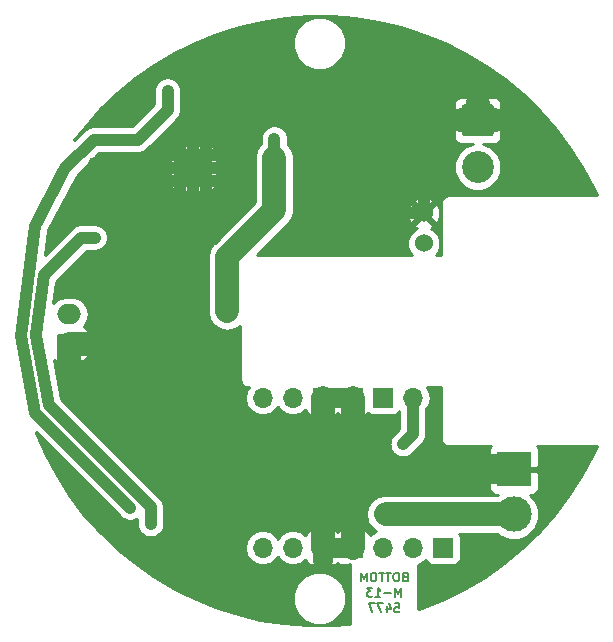
<source format=gbr>
G04 #@! TF.GenerationSoftware,KiCad,Pcbnew,(5.0.2)-1*
G04 #@! TF.CreationDate,2019-03-24T18:15:19+01:00*
G04 #@! TF.ProjectId,DICE-Charging - 2.0,44494345-2d43-4686-9172-67696e67202d,rev?*
G04 #@! TF.SameCoordinates,PX8cfad20PY5dfc8c0*
G04 #@! TF.FileFunction,Copper,L2,Bot*
G04 #@! TF.FilePolarity,Positive*
%FSLAX46Y46*%
G04 Gerber Fmt 4.6, Leading zero omitted, Abs format (unit mm)*
G04 Created by KiCad (PCBNEW (5.0.2)-1) date 24/03/2019 18:15:19*
%MOMM*%
%LPD*%
G01*
G04 APERTURE LIST*
G04 #@! TA.AperFunction,NonConductor*
%ADD10C,0.180000*%
G04 #@! TD*
G04 #@! TA.AperFunction,ViaPad*
%ADD11C,0.500000*%
G04 #@! TD*
G04 #@! TA.AperFunction,Conductor*
%ADD12C,0.100000*%
G04 #@! TD*
G04 #@! TA.AperFunction,Conductor*
%ADD13C,2.700000*%
G04 #@! TD*
G04 #@! TA.AperFunction,ComponentPad*
%ADD14C,3.000000*%
G04 #@! TD*
G04 #@! TA.AperFunction,ComponentPad*
%ADD15R,3.000000X3.000000*%
G04 #@! TD*
G04 #@! TA.AperFunction,ComponentPad*
%ADD16O,1.700000X1.700000*%
G04 #@! TD*
G04 #@! TA.AperFunction,ComponentPad*
%ADD17R,1.700000X1.700000*%
G04 #@! TD*
G04 #@! TA.AperFunction,ComponentPad*
%ADD18O,2.000000X1.700000*%
G04 #@! TD*
G04 #@! TA.AperFunction,ComponentPad*
%ADD19C,1.700000*%
G04 #@! TD*
G04 #@! TA.AperFunction,ComponentPad*
%ADD20C,1.524000*%
G04 #@! TD*
G04 #@! TA.AperFunction,ComponentPad*
%ADD21C,2.700000*%
G04 #@! TD*
G04 #@! TA.AperFunction,ViaPad*
%ADD22C,0.800000*%
G04 #@! TD*
G04 #@! TA.AperFunction,ViaPad*
%ADD23C,1.800000*%
G04 #@! TD*
G04 #@! TA.AperFunction,ViaPad*
%ADD24C,1.000000*%
G04 #@! TD*
G04 #@! TA.AperFunction,Conductor*
%ADD25C,2.000000*%
G04 #@! TD*
G04 #@! TA.AperFunction,Conductor*
%ADD26C,1.000000*%
G04 #@! TD*
G04 #@! TA.AperFunction,Conductor*
%ADD27C,1.700000*%
G04 #@! TD*
G04 #@! TA.AperFunction,Conductor*
%ADD28C,2.500000*%
G04 #@! TD*
G04 #@! TA.AperFunction,Conductor*
%ADD29C,0.500000*%
G04 #@! TD*
G04 #@! TA.AperFunction,Conductor*
%ADD30C,0.254000*%
G04 #@! TD*
G04 APERTURE END LIST*
D10*
X46904542Y16976572D02*
X46797400Y16940858D01*
X46761685Y16905143D01*
X46725971Y16833715D01*
X46725971Y16726572D01*
X46761685Y16655143D01*
X46797400Y16619429D01*
X46868828Y16583715D01*
X47154542Y16583715D01*
X47154542Y17333715D01*
X46904542Y17333715D01*
X46833114Y17298000D01*
X46797400Y17262286D01*
X46761685Y17190858D01*
X46761685Y17119429D01*
X46797400Y17048000D01*
X46833114Y17012286D01*
X46904542Y16976572D01*
X47154542Y16976572D01*
X46261685Y17333715D02*
X46118828Y17333715D01*
X46047400Y17298000D01*
X45975971Y17226572D01*
X45940257Y17083715D01*
X45940257Y16833715D01*
X45975971Y16690858D01*
X46047400Y16619429D01*
X46118828Y16583715D01*
X46261685Y16583715D01*
X46333114Y16619429D01*
X46404542Y16690858D01*
X46440257Y16833715D01*
X46440257Y17083715D01*
X46404542Y17226572D01*
X46333114Y17298000D01*
X46261685Y17333715D01*
X45725971Y17333715D02*
X45297400Y17333715D01*
X45511685Y16583715D02*
X45511685Y17333715D01*
X45154542Y17333715D02*
X44725971Y17333715D01*
X44940257Y16583715D02*
X44940257Y17333715D01*
X44333114Y17333715D02*
X44190257Y17333715D01*
X44118828Y17298000D01*
X44047400Y17226572D01*
X44011685Y17083715D01*
X44011685Y16833715D01*
X44047400Y16690858D01*
X44118828Y16619429D01*
X44190257Y16583715D01*
X44333114Y16583715D01*
X44404542Y16619429D01*
X44475971Y16690858D01*
X44511685Y16833715D01*
X44511685Y17083715D01*
X44475971Y17226572D01*
X44404542Y17298000D01*
X44333114Y17333715D01*
X43690257Y16583715D02*
X43690257Y17333715D01*
X43440257Y16798000D01*
X43190257Y17333715D01*
X43190257Y16583715D01*
X46600971Y15278715D02*
X46600971Y16028715D01*
X46350971Y15493000D01*
X46100971Y16028715D01*
X46100971Y15278715D01*
X45743828Y15564429D02*
X45172400Y15564429D01*
X44422400Y15278715D02*
X44850971Y15278715D01*
X44636685Y15278715D02*
X44636685Y16028715D01*
X44708114Y15921572D01*
X44779542Y15850143D01*
X44850971Y15814429D01*
X44172400Y16028715D02*
X43708114Y16028715D01*
X43958114Y15743000D01*
X43850971Y15743000D01*
X43779542Y15707286D01*
X43743828Y15671572D01*
X43708114Y15600143D01*
X43708114Y15421572D01*
X43743828Y15350143D01*
X43779542Y15314429D01*
X43850971Y15278715D01*
X44065257Y15278715D01*
X44136685Y15314429D01*
X44172400Y15350143D01*
X46065257Y14723715D02*
X46422400Y14723715D01*
X46458114Y14366572D01*
X46422400Y14402286D01*
X46350971Y14438000D01*
X46172400Y14438000D01*
X46100971Y14402286D01*
X46065257Y14366572D01*
X46029542Y14295143D01*
X46029542Y14116572D01*
X46065257Y14045143D01*
X46100971Y14009429D01*
X46172400Y13973715D01*
X46350971Y13973715D01*
X46422400Y14009429D01*
X46458114Y14045143D01*
X45386685Y14473715D02*
X45386685Y13973715D01*
X45565257Y14759429D02*
X45743828Y14223715D01*
X45279542Y14223715D01*
X45065257Y14723715D02*
X44565257Y14723715D01*
X44886685Y13973715D01*
X44350971Y14723715D02*
X43850971Y14723715D01*
X44172400Y13973715D01*
D11*
G04 #@! TO.N,Net-(BP1-Pad1)*
G04 #@! TO.C,U1*
X29542000Y52132000D03*
X29542000Y51032000D03*
X28442000Y51032000D03*
X28442000Y52132000D03*
X30092000Y50482000D03*
X27892000Y50482000D03*
X30092000Y52682000D03*
X27892000Y52682000D03*
D12*
G36*
X30295728Y52931753D02*
X30300708Y52931014D01*
X30305592Y52929791D01*
X30310332Y52928095D01*
X30314883Y52925943D01*
X30319201Y52923354D01*
X30323244Y52920355D01*
X30326975Y52916975D01*
X30330355Y52913244D01*
X30333354Y52909201D01*
X30335943Y52904883D01*
X30338095Y52900332D01*
X30339791Y52895592D01*
X30341014Y52890708D01*
X30341753Y52885728D01*
X30342000Y52880700D01*
X30342000Y50283300D01*
X30341753Y50278272D01*
X30341014Y50273292D01*
X30339791Y50268408D01*
X30338095Y50263668D01*
X30335943Y50259117D01*
X30333354Y50254799D01*
X30330355Y50250756D01*
X30326975Y50247025D01*
X30323244Y50243645D01*
X30319201Y50240646D01*
X30314883Y50238057D01*
X30310332Y50235905D01*
X30305592Y50234209D01*
X30300708Y50232986D01*
X30295728Y50232247D01*
X30290700Y50232000D01*
X27693300Y50232000D01*
X27688272Y50232247D01*
X27683292Y50232986D01*
X27678408Y50234209D01*
X27673668Y50235905D01*
X27669117Y50238057D01*
X27664799Y50240646D01*
X27660756Y50243645D01*
X27657025Y50247025D01*
X27653645Y50250756D01*
X27650646Y50254799D01*
X27648057Y50259117D01*
X27645905Y50263668D01*
X27644209Y50268408D01*
X27642986Y50273292D01*
X27642247Y50278272D01*
X27642000Y50283300D01*
X27642000Y52880700D01*
X27642247Y52885728D01*
X27642986Y52890708D01*
X27644209Y52895592D01*
X27645905Y52900332D01*
X27648057Y52904883D01*
X27650646Y52909201D01*
X27653645Y52913244D01*
X27657025Y52916975D01*
X27660756Y52920355D01*
X27664799Y52923354D01*
X27669117Y52925943D01*
X27673668Y52928095D01*
X27678408Y52929791D01*
X27683292Y52931014D01*
X27688272Y52931753D01*
X27693300Y52932000D01*
X30290700Y52932000D01*
X30295728Y52931753D01*
X30295728Y52931753D01*
G37*
D13*
X28992000Y51582000D03*
D11*
X28992000Y50482000D03*
X30092000Y51582000D03*
X28992000Y51582000D03*
X27892000Y51582000D03*
X28992000Y52682000D03*
G04 #@! TD*
D14*
G04 #@! TO.P,BP1,2*
G04 #@! TO.N,Net-(BP1-Pad2)*
X56132000Y22267000D03*
D15*
G04 #@! TO.P,BP1,1*
G04 #@! TO.N,Net-(BP1-Pad1)*
X56132000Y26077000D03*
G04 #@! TD*
D16*
G04 #@! TO.P,SW2,2*
G04 #@! TO.N,Net-(SW1-Pad11)*
X47600000Y19441000D03*
D17*
G04 #@! TO.P,SW2,1*
G04 #@! TO.N,Net-(SW1-Pad10)*
X50140000Y19441000D03*
G04 #@! TD*
D18*
G04 #@! TO.P,Ch1,2*
G04 #@! TO.N,Net-(Ch1-Pad2)*
X18482000Y39222683D03*
D12*
G04 #@! TD*
G04 #@! TO.N,Net-(BP1-Pad1)*
G04 #@! TO.C,Ch1*
G36*
X19256504Y37571479D02*
X19280773Y37567879D01*
X19304571Y37561918D01*
X19327671Y37553653D01*
X19349849Y37543163D01*
X19370893Y37530550D01*
X19390598Y37515936D01*
X19408777Y37499460D01*
X19425253Y37481281D01*
X19439867Y37461576D01*
X19452480Y37440532D01*
X19462970Y37418354D01*
X19471235Y37395254D01*
X19477196Y37371456D01*
X19480796Y37347187D01*
X19482000Y37322683D01*
X19482000Y36122683D01*
X19480796Y36098179D01*
X19477196Y36073910D01*
X19471235Y36050112D01*
X19462970Y36027012D01*
X19452480Y36004834D01*
X19439867Y35983790D01*
X19425253Y35964085D01*
X19408777Y35945906D01*
X19390598Y35929430D01*
X19370893Y35914816D01*
X19349849Y35902203D01*
X19327671Y35891713D01*
X19304571Y35883448D01*
X19280773Y35877487D01*
X19256504Y35873887D01*
X19232000Y35872683D01*
X17732000Y35872683D01*
X17707496Y35873887D01*
X17683227Y35877487D01*
X17659429Y35883448D01*
X17636329Y35891713D01*
X17614151Y35902203D01*
X17593107Y35914816D01*
X17573402Y35929430D01*
X17555223Y35945906D01*
X17538747Y35964085D01*
X17524133Y35983790D01*
X17511520Y36004834D01*
X17501030Y36027012D01*
X17492765Y36050112D01*
X17486804Y36073910D01*
X17483204Y36098179D01*
X17482000Y36122683D01*
X17482000Y37322683D01*
X17483204Y37347187D01*
X17486804Y37371456D01*
X17492765Y37395254D01*
X17501030Y37418354D01*
X17511520Y37440532D01*
X17524133Y37461576D01*
X17538747Y37481281D01*
X17555223Y37499460D01*
X17573402Y37515936D01*
X17593107Y37530550D01*
X17614151Y37543163D01*
X17636329Y37553653D01*
X17659429Y37561918D01*
X17683227Y37567879D01*
X17707496Y37571479D01*
X17732000Y37572683D01*
X19232000Y37572683D01*
X19256504Y37571479D01*
X19256504Y37571479D01*
G37*
D19*
G04 #@! TO.P,Ch1,1*
G04 #@! TO.N,Net-(BP1-Pad1)*
X18482000Y36722683D03*
G04 #@! TD*
D16*
G04 #@! TO.P,SW1,11*
G04 #@! TO.N,Net-(SW1-Pad11)*
X47580000Y32141000D03*
D17*
G04 #@! TO.P,SW1,10*
G04 #@! TO.N,Net-(SW1-Pad10)*
X45040000Y32141000D03*
D16*
G04 #@! TO.P,SW1,9*
G04 #@! TO.N,Net-(SW1-Pad9)*
X45040000Y19441000D03*
D17*
G04 #@! TO.P,SW1,8*
G04 #@! TO.N,Net-(BP1-Pad1)*
X42500000Y32141000D03*
G04 #@! TO.P,SW1,7*
X42500000Y19441000D03*
G04 #@! TO.P,SW1,6*
X39960000Y32141000D03*
G04 #@! TO.P,SW1,5*
X39960000Y19441000D03*
D16*
G04 #@! TO.P,SW1,4*
G04 #@! TO.N,Net-(BP1-Pad2)*
X37420000Y32141000D03*
G04 #@! TO.P,SW1,3*
G04 #@! TO.N,Net-(C1-Pad1)*
X37420000Y19441000D03*
G04 #@! TO.P,SW1,2*
G04 #@! TO.N,Net-(BP1-Pad2)*
X34880000Y32141000D03*
G04 #@! TO.P,SW1,1*
G04 #@! TO.N,Net-(C1-Pad1)*
X34880000Y19441000D03*
G04 #@! TD*
D20*
G04 #@! TO.P,TH1,2*
G04 #@! TO.N,Net-(R1-Pad2)*
X48522000Y45202000D03*
G04 #@! TO.P,TH1,1*
G04 #@! TO.N,Net-(BP1-Pad1)*
X48522000Y47742000D03*
G04 #@! TD*
D21*
G04 #@! TO.P,BT1,2*
G04 #@! TO.N,Net-(BT1-Pad2)*
X53086000Y51666000D03*
D12*
G04 #@! TD*
G04 #@! TO.N,Net-(BP1-Pad1)*
G04 #@! TO.C,BT1*
G36*
X54210503Y56974796D02*
X54234772Y56971196D01*
X54258570Y56965235D01*
X54281670Y56956970D01*
X54303849Y56946480D01*
X54324892Y56933867D01*
X54344598Y56919252D01*
X54362776Y56902776D01*
X54379252Y56884598D01*
X54393867Y56864892D01*
X54406480Y56843849D01*
X54416970Y56821670D01*
X54425235Y56798570D01*
X54431196Y56774772D01*
X54434796Y56750503D01*
X54436000Y56725999D01*
X54436000Y54526001D01*
X54434796Y54501497D01*
X54431196Y54477228D01*
X54425235Y54453430D01*
X54416970Y54430330D01*
X54406480Y54408151D01*
X54393867Y54387108D01*
X54379252Y54367402D01*
X54362776Y54349224D01*
X54344598Y54332748D01*
X54324892Y54318133D01*
X54303849Y54305520D01*
X54281670Y54295030D01*
X54258570Y54286765D01*
X54234772Y54280804D01*
X54210503Y54277204D01*
X54185999Y54276000D01*
X51986001Y54276000D01*
X51961497Y54277204D01*
X51937228Y54280804D01*
X51913430Y54286765D01*
X51890330Y54295030D01*
X51868151Y54305520D01*
X51847108Y54318133D01*
X51827402Y54332748D01*
X51809224Y54349224D01*
X51792748Y54367402D01*
X51778133Y54387108D01*
X51765520Y54408151D01*
X51755030Y54430330D01*
X51746765Y54453430D01*
X51740804Y54477228D01*
X51737204Y54501497D01*
X51736000Y54526001D01*
X51736000Y56725999D01*
X51737204Y56750503D01*
X51740804Y56774772D01*
X51746765Y56798570D01*
X51755030Y56821670D01*
X51765520Y56843849D01*
X51778133Y56864892D01*
X51792748Y56884598D01*
X51809224Y56902776D01*
X51827402Y56919252D01*
X51847108Y56933867D01*
X51868151Y56946480D01*
X51890330Y56956970D01*
X51913430Y56965235D01*
X51937228Y56971196D01*
X51961497Y56974796D01*
X51986001Y56976000D01*
X54185999Y56976000D01*
X54210503Y56974796D01*
X54210503Y56974796D01*
G37*
D21*
G04 #@! TO.P,BT1,1*
G04 #@! TO.N,Net-(BP1-Pad1)*
X53086000Y55626000D03*
G04 #@! TD*
D22*
G04 #@! TO.N,Net-(BP1-Pad1)*
X33227000Y53412000D03*
D23*
X25802000Y26202000D03*
D24*
X24772000Y58762000D03*
X21732000Y56112000D03*
D23*
X21872000Y39292000D03*
D22*
X32112000Y53412000D03*
X28742000Y48052000D03*
X25822000Y49922000D03*
X32112000Y55732000D03*
X32112000Y54572000D03*
X34342000Y53412000D03*
D23*
X42152000Y48012000D03*
D24*
X20622000Y52002000D03*
X20662000Y48632000D03*
D23*
G04 #@! TO.N,Net-(BP1-Pad2)*
X45287000Y22267000D03*
D24*
G04 #@! TO.N,Net-(SW1-Pad11)*
X46752000Y28222000D03*
D23*
G04 #@! TO.N,Net-(C1-Pad1)*
X31872000Y42462000D03*
X31872000Y39482000D03*
D24*
X35852000Y52442000D03*
X35852000Y54072000D03*
G04 #@! TO.N,Net-(C3-Pad1)*
X26822000Y58122000D03*
X23642000Y22842000D03*
G04 #@! TO.N,Net-(C6-Pad1)*
X25402000Y21442000D03*
X20642000Y45702000D03*
G04 #@! TD*
D25*
G04 #@! TO.N,Net-(BP1-Pad1)*
X53086000Y55626000D02*
X51636000Y55626000D01*
X53086000Y55626000D02*
X53086000Y57076000D01*
X53086000Y55626000D02*
X54536000Y55626000D01*
D26*
X28992000Y51582000D02*
X31322000Y51582000D01*
X28992000Y51582000D02*
X28992000Y49352000D01*
X30092000Y50482000D02*
X31292000Y50482000D01*
X30092000Y50482000D02*
X30092000Y49542000D01*
X30092000Y52682000D02*
X31592000Y52682000D01*
X28992000Y51582000D02*
X28992000Y53792000D01*
X27892000Y50482000D02*
X27062000Y50482000D01*
X27892000Y50482000D02*
X27892000Y49462000D01*
X30092000Y50482000D02*
X28992000Y50482000D01*
X27892000Y50482000D02*
X28992000Y50482000D01*
X28992000Y51582000D02*
X30092000Y51582000D01*
X30092000Y52682000D02*
X30092000Y51582000D01*
X30092000Y52682000D02*
X28992000Y52682000D01*
X27892000Y52682000D02*
X30092000Y52682000D01*
X27892000Y52682000D02*
X28992000Y51582000D01*
X27892000Y52682000D02*
X27892000Y50482000D01*
X30092000Y50482000D02*
X30092000Y52682000D01*
X28992000Y51582000D02*
X26917000Y51582000D01*
D25*
X18489952Y36722683D02*
X20831317Y36722683D01*
X18489952Y36722683D02*
X18489952Y34864048D01*
X39960000Y19441000D02*
X39960000Y21291000D01*
X42500000Y19441000D02*
X42500000Y21291000D01*
X39960000Y32141000D02*
X39960000Y29964000D01*
X42500000Y32141000D02*
X42500000Y30291000D01*
D27*
X39960000Y19441000D02*
X39960000Y18280000D01*
D26*
X30092000Y52682000D02*
X30092000Y53892000D01*
D28*
X56132000Y26077000D02*
X51997000Y26077000D01*
D26*
X27892000Y52682000D02*
X27892000Y53792000D01*
X27892000Y52682000D02*
X26812000Y52682000D01*
X48522000Y47742000D02*
X46782000Y47742000D01*
X48522000Y47742000D02*
X48522000Y49742000D01*
D27*
X39960000Y19441000D02*
X42500000Y19441000D01*
X39960000Y32141000D02*
X42500000Y32141000D01*
D26*
G04 #@! TO.N,Net-(BP1-Pad2)*
X56124000Y22267000D02*
X56134000Y22257000D01*
D25*
X45287000Y22267000D02*
X56124000Y22267000D01*
D26*
G04 #@! TO.N,Net-(SW1-Pad11)*
X47580000Y29050000D02*
X46752000Y28222000D01*
X47580000Y32141000D02*
X47580000Y29050000D01*
D25*
G04 #@! TO.N,Net-(C1-Pad1)*
X31872000Y39482000D02*
X31872000Y42462000D01*
X31872000Y44022000D02*
X31872000Y42462000D01*
D26*
X31872000Y44022000D02*
X31872000Y44032000D01*
D25*
X35852000Y48012000D02*
X31872000Y44032000D01*
X35852000Y52442000D02*
X35852000Y48012000D01*
D26*
X35852000Y54072000D02*
X35852000Y52442000D01*
D29*
G04 #@! TO.N,Net-(C3-Pad1)*
X26832000Y57892000D02*
X26822000Y57902000D01*
D26*
X15612000Y30872000D02*
X23642000Y22842000D01*
X14372000Y37352000D02*
X15612000Y30872000D01*
X15622000Y46682000D02*
X14372000Y37352000D01*
X18172000Y51552000D02*
X15622000Y46682000D01*
X18172000Y51552000D02*
X18172000Y51582000D01*
X26822000Y58122000D02*
X26822000Y56522000D01*
X24282000Y53982000D02*
X20572000Y53982000D01*
X26822000Y56522000D02*
X24282000Y53982000D01*
X18172000Y51582000D02*
X20572000Y53982000D01*
G04 #@! TO.N,Net-(C6-Pad1)*
X18105567Y44282000D02*
X16322785Y42499218D01*
X15642000Y37366061D02*
X15659658Y37383719D01*
X16767530Y31484250D02*
X15642000Y37366061D01*
X25402000Y21442000D02*
X25402000Y22849780D01*
X25402000Y22849780D02*
X16767530Y31484250D01*
X15659658Y37549639D02*
X16322785Y42499218D01*
X15659658Y37383719D02*
X15659658Y37549639D01*
X19525567Y45702000D02*
X18105567Y44282000D01*
X20642000Y45702000D02*
X19525567Y45702000D01*
G04 #@! TD*
D30*
G04 #@! TO.N,Net-(BP1-Pad1)*
G36*
X40751956Y64418854D02*
X42725573Y64260061D01*
X44681203Y63950320D01*
X46607300Y63491458D01*
X48492524Y62886179D01*
X50325740Y62138057D01*
X52096178Y61251488D01*
X53793372Y60231711D01*
X55407325Y59084735D01*
X56928532Y57817313D01*
X58348010Y56436930D01*
X59657416Y54951700D01*
X60849011Y53370401D01*
X61915776Y51702345D01*
X62851922Y49956438D01*
X63160456Y49262448D01*
X50741926Y49262448D01*
X50672000Y49276357D01*
X50602075Y49262448D01*
X50602074Y49262448D01*
X50394972Y49221253D01*
X50160119Y49064329D01*
X50003195Y48829476D01*
X49948091Y48552448D01*
X49962001Y48482517D01*
X49962000Y44262000D01*
X49557657Y44262000D01*
X49706320Y44410663D01*
X49919000Y44924119D01*
X49919000Y45479881D01*
X49706320Y45993337D01*
X49313337Y46386320D01*
X49122353Y46465428D01*
X49253143Y46519603D01*
X49322608Y46761787D01*
X48522000Y47562395D01*
X47721392Y46761787D01*
X47790857Y46519603D01*
X47931393Y46469465D01*
X47730663Y46386320D01*
X47337680Y45993337D01*
X47125000Y45479881D01*
X47125000Y44924119D01*
X47337680Y44410663D01*
X47486343Y44262000D01*
X34414238Y44262000D01*
X36894253Y46742014D01*
X37030769Y46833231D01*
X37392136Y47374055D01*
X37487000Y47850969D01*
X37487000Y47850970D01*
X37506638Y47949698D01*
X47112856Y47949698D01*
X47140638Y47394632D01*
X47299603Y47010857D01*
X47541787Y46941392D01*
X48342395Y47742000D01*
X48701605Y47742000D01*
X49502213Y46941392D01*
X49744397Y47010857D01*
X49931144Y47534302D01*
X49903362Y48089368D01*
X49744397Y48473143D01*
X49502213Y48542608D01*
X48701605Y47742000D01*
X48342395Y47742000D01*
X47541787Y48542608D01*
X47299603Y48473143D01*
X47112856Y47949698D01*
X37506638Y47949698D01*
X37519031Y48012000D01*
X37487000Y48173030D01*
X37487000Y48722213D01*
X47721392Y48722213D01*
X48522000Y47921605D01*
X49322608Y48722213D01*
X49253143Y48964397D01*
X48729698Y49151144D01*
X48174632Y49123362D01*
X47790857Y48964397D01*
X47721392Y48722213D01*
X37487000Y48722213D01*
X37487000Y52603031D01*
X37392136Y53079945D01*
X37030769Y53620769D01*
X36987000Y53650014D01*
X36987000Y54297766D01*
X36943381Y54403072D01*
X36921146Y54514855D01*
X36857826Y54609620D01*
X36814207Y54714926D01*
X36733609Y54795524D01*
X36670289Y54890289D01*
X36575525Y54953608D01*
X36494926Y55034207D01*
X36389618Y55077827D01*
X36294854Y55141146D01*
X36183073Y55163381D01*
X36077766Y55207000D01*
X35963783Y55207000D01*
X35852000Y55229235D01*
X35740217Y55207000D01*
X35626234Y55207000D01*
X35520928Y55163381D01*
X35409145Y55141146D01*
X35314380Y55077826D01*
X35209074Y55034207D01*
X35128476Y54953609D01*
X35033711Y54890289D01*
X34970392Y54795525D01*
X34889793Y54714926D01*
X34846173Y54609618D01*
X34782854Y54514854D01*
X34760619Y54403073D01*
X34717000Y54297766D01*
X34717000Y53650015D01*
X34673231Y53620769D01*
X34311864Y53079944D01*
X34217000Y52603030D01*
X34217001Y48689240D01*
X30799613Y45271851D01*
X30693231Y45200769D01*
X30622149Y45094387D01*
X30602015Y45074253D01*
X30331865Y44669945D01*
X30204969Y44032000D01*
X30237000Y43870970D01*
X30237000Y42300969D01*
X30237001Y42300964D01*
X30237000Y39320970D01*
X30331864Y38844056D01*
X30693231Y38303231D01*
X31234055Y37941864D01*
X31872000Y37814969D01*
X32509944Y37941864D01*
X32962001Y38243918D01*
X32962001Y33821931D01*
X32948091Y33752000D01*
X33003195Y33474972D01*
X33160119Y33240119D01*
X33394972Y33083195D01*
X33602074Y33042000D01*
X33602075Y33042000D01*
X33672000Y33028091D01*
X33689001Y33031473D01*
X33481161Y32720418D01*
X33365908Y32141000D01*
X33481161Y31561582D01*
X33809375Y31070375D01*
X34300582Y30742161D01*
X34733744Y30656000D01*
X35026256Y30656000D01*
X35459418Y30742161D01*
X35950625Y31070375D01*
X36150000Y31368761D01*
X36349375Y31070375D01*
X36840582Y30742161D01*
X37273744Y30656000D01*
X37566256Y30656000D01*
X37999418Y30742161D01*
X38490625Y31070375D01*
X38505096Y31092033D01*
X38571673Y30931302D01*
X38750301Y30752673D01*
X38983690Y30656000D01*
X39674250Y30656000D01*
X39833000Y30814750D01*
X39833000Y32014000D01*
X40087000Y32014000D01*
X40087000Y30814750D01*
X40245750Y30656000D01*
X40936310Y30656000D01*
X41169699Y30752673D01*
X41230000Y30812974D01*
X41290301Y30752673D01*
X41523690Y30656000D01*
X42214250Y30656000D01*
X42373000Y30814750D01*
X42373000Y32014000D01*
X40087000Y32014000D01*
X39833000Y32014000D01*
X39813000Y32014000D01*
X39813000Y32268000D01*
X39833000Y32268000D01*
X39833000Y32288000D01*
X40087000Y32288000D01*
X40087000Y32268000D01*
X42373000Y32268000D01*
X42373000Y32288000D01*
X42627000Y32288000D01*
X42627000Y32268000D01*
X42647000Y32268000D01*
X42647000Y32014000D01*
X42627000Y32014000D01*
X42627000Y30814750D01*
X42785750Y30656000D01*
X43476310Y30656000D01*
X43709699Y30752673D01*
X43766975Y30809949D01*
X43942235Y30692843D01*
X44190000Y30643560D01*
X45890000Y30643560D01*
X46137765Y30692843D01*
X46347809Y30833191D01*
X46445000Y30978647D01*
X46445001Y29520132D01*
X46109077Y29184208D01*
X46109074Y29184207D01*
X45789793Y28864926D01*
X45746172Y28759616D01*
X45682854Y28664854D01*
X45660619Y28553073D01*
X45617000Y28447766D01*
X45617000Y28333783D01*
X45594765Y28222000D01*
X45617000Y28110217D01*
X45617000Y27996234D01*
X45660619Y27890927D01*
X45682854Y27779146D01*
X45746172Y27684384D01*
X45789793Y27579074D01*
X45870395Y27498472D01*
X45933712Y27403712D01*
X46028472Y27340395D01*
X46109074Y27259793D01*
X46214384Y27216172D01*
X46309146Y27152854D01*
X46420927Y27130619D01*
X46526234Y27087000D01*
X46640217Y27087000D01*
X46752000Y27064765D01*
X46863783Y27087000D01*
X46977766Y27087000D01*
X47083073Y27130619D01*
X47194854Y27152854D01*
X47289616Y27216172D01*
X47394926Y27259793D01*
X47714207Y27579074D01*
X47714208Y27579077D01*
X48303521Y28168389D01*
X48398289Y28231711D01*
X48649146Y28607145D01*
X48663961Y28681626D01*
X48737235Y29050000D01*
X48715000Y29161783D01*
X48715000Y31166719D01*
X48978839Y31561582D01*
X49094092Y32141000D01*
X48978839Y32720418D01*
X48763965Y33042000D01*
X49962000Y33042000D01*
X49962001Y28821483D01*
X49948091Y28751552D01*
X50003195Y28474524D01*
X50160119Y28239671D01*
X50394972Y28082747D01*
X50602074Y28041552D01*
X50602075Y28041552D01*
X50672000Y28027643D01*
X50741926Y28041552D01*
X54198526Y28041552D01*
X54093673Y27936698D01*
X53997000Y27703309D01*
X53997000Y26362750D01*
X54155750Y26204000D01*
X56005000Y26204000D01*
X56005000Y26224000D01*
X56259000Y26224000D01*
X56259000Y26204000D01*
X58108250Y26204000D01*
X58267000Y26362750D01*
X58267000Y27703309D01*
X58170327Y27936698D01*
X58065474Y28041552D01*
X63156923Y28041552D01*
X62784350Y27210130D01*
X61838418Y25470688D01*
X60761833Y23808954D01*
X59560933Y22234710D01*
X58242802Y20757241D01*
X56815191Y19385239D01*
X55286539Y18126814D01*
X53665853Y16989379D01*
X51962666Y15979625D01*
X50187051Y15103523D01*
X48349435Y14366219D01*
X48058115Y14274578D01*
X48058115Y18018032D01*
X48179418Y18042161D01*
X48670625Y18370375D01*
X48682816Y18388619D01*
X48691843Y18343235D01*
X48832191Y18133191D01*
X49042235Y17992843D01*
X49290000Y17943560D01*
X50990000Y17943560D01*
X51237765Y17992843D01*
X51447809Y18133191D01*
X51588157Y18343235D01*
X51637440Y18591000D01*
X51637440Y20291000D01*
X51588157Y20538765D01*
X51525859Y20632000D01*
X54747654Y20632000D01*
X54922620Y20457034D01*
X55707322Y20132000D01*
X56556678Y20132000D01*
X57341380Y20457034D01*
X57941966Y21057620D01*
X58267000Y21842322D01*
X58267000Y22691678D01*
X57941966Y23476380D01*
X57476346Y23942000D01*
X57758310Y23942000D01*
X57991699Y24038673D01*
X58170327Y24217302D01*
X58267000Y24450691D01*
X58267000Y25791250D01*
X58108250Y25950000D01*
X56259000Y25950000D01*
X56259000Y25930000D01*
X56005000Y25930000D01*
X56005000Y25950000D01*
X54155750Y25950000D01*
X53997000Y25791250D01*
X53997000Y24450691D01*
X54093673Y24217302D01*
X54272301Y24038673D01*
X54505690Y23942000D01*
X54787654Y23942000D01*
X54747654Y23902000D01*
X45125969Y23902000D01*
X44649055Y23807136D01*
X44108231Y23445769D01*
X43746864Y22904945D01*
X43619969Y22267000D01*
X43746864Y21629055D01*
X44108231Y21088231D01*
X44475527Y20842812D01*
X44460582Y20839839D01*
X43969375Y20511625D01*
X43954904Y20489967D01*
X43888327Y20650698D01*
X43709699Y20829327D01*
X43476310Y20926000D01*
X42785750Y20926000D01*
X42627000Y20767250D01*
X42627000Y19568000D01*
X42647000Y19568000D01*
X42647000Y19314000D01*
X42627000Y19314000D01*
X42627000Y19294000D01*
X42373000Y19294000D01*
X42373000Y19314000D01*
X40087000Y19314000D01*
X40087000Y18114750D01*
X40245750Y17956000D01*
X40936310Y17956000D01*
X41169699Y18052673D01*
X41230000Y18112974D01*
X41290301Y18052673D01*
X41523690Y17956000D01*
X42214250Y17956000D01*
X42286686Y18028436D01*
X42286686Y13004927D01*
X40599959Y12879225D01*
X38619963Y12883990D01*
X36646179Y13040645D01*
X34690206Y13348269D01*
X32763615Y13805043D01*
X30877736Y14408279D01*
X29043713Y15154414D01*
X28158354Y15596569D01*
X37437000Y15596569D01*
X37437000Y14707431D01*
X37777259Y13885974D01*
X38405974Y13257259D01*
X39227431Y12917000D01*
X40116569Y12917000D01*
X40938026Y13257259D01*
X41566741Y13885974D01*
X41907000Y14707431D01*
X41907000Y15596569D01*
X41566741Y16418026D01*
X40938026Y17046741D01*
X40116569Y17387000D01*
X39227431Y17387000D01*
X38405974Y17046741D01*
X37777259Y16418026D01*
X37437000Y15596569D01*
X28158354Y15596569D01*
X27272310Y16039066D01*
X25574012Y17057006D01*
X23958826Y18202227D01*
X22468724Y19441000D01*
X33365908Y19441000D01*
X33481161Y18861582D01*
X33809375Y18370375D01*
X34300582Y18042161D01*
X34733744Y17956000D01*
X35026256Y17956000D01*
X35459418Y18042161D01*
X35950625Y18370375D01*
X36150000Y18668761D01*
X36349375Y18370375D01*
X36840582Y18042161D01*
X37273744Y17956000D01*
X37566256Y17956000D01*
X37999418Y18042161D01*
X38490625Y18370375D01*
X38505096Y18392033D01*
X38571673Y18231302D01*
X38750301Y18052673D01*
X38983690Y17956000D01*
X39674250Y17956000D01*
X39833000Y18114750D01*
X39833000Y19314000D01*
X39813000Y19314000D01*
X39813000Y19568000D01*
X39833000Y19568000D01*
X39833000Y20767250D01*
X40087000Y20767250D01*
X40087000Y19568000D01*
X42373000Y19568000D01*
X42373000Y20767250D01*
X42214250Y20926000D01*
X41523690Y20926000D01*
X41290301Y20829327D01*
X41230000Y20769026D01*
X41169699Y20829327D01*
X40936310Y20926000D01*
X40245750Y20926000D01*
X40087000Y20767250D01*
X39833000Y20767250D01*
X39674250Y20926000D01*
X38983690Y20926000D01*
X38750301Y20829327D01*
X38571673Y20650698D01*
X38505096Y20489967D01*
X38490625Y20511625D01*
X37999418Y20839839D01*
X37566256Y20926000D01*
X37273744Y20926000D01*
X36840582Y20839839D01*
X36349375Y20511625D01*
X36150000Y20213239D01*
X35950625Y20511625D01*
X35459418Y20839839D01*
X35026256Y20926000D01*
X34733744Y20926000D01*
X34300582Y20839839D01*
X33809375Y20511625D01*
X33481161Y20020418D01*
X33365908Y19441000D01*
X22468724Y19441000D01*
X22436246Y19468000D01*
X21015267Y20846849D01*
X19704261Y22330650D01*
X18510947Y23910667D01*
X17442382Y25577552D01*
X16504835Y27321531D01*
X15703847Y29132298D01*
X15680499Y29198370D01*
X22679792Y22199076D01*
X22679793Y22199074D01*
X22999074Y21879793D01*
X23104381Y21836173D01*
X23199145Y21772854D01*
X23310928Y21750619D01*
X23416234Y21707000D01*
X23530217Y21707000D01*
X23642000Y21684765D01*
X23753783Y21707000D01*
X23867766Y21707000D01*
X23973073Y21750619D01*
X24084854Y21772854D01*
X24179616Y21836172D01*
X24267000Y21872368D01*
X24267000Y21216234D01*
X24310619Y21110927D01*
X24332854Y20999146D01*
X24396173Y20904382D01*
X24439793Y20799074D01*
X24520392Y20718475D01*
X24583711Y20623711D01*
X24678476Y20560391D01*
X24759074Y20479793D01*
X24864380Y20436174D01*
X24959145Y20372854D01*
X25070928Y20350619D01*
X25176234Y20307000D01*
X25290217Y20307000D01*
X25402000Y20284765D01*
X25513783Y20307000D01*
X25627766Y20307000D01*
X25733073Y20350619D01*
X25844854Y20372854D01*
X25939618Y20436173D01*
X26044926Y20479793D01*
X26125525Y20560392D01*
X26220289Y20623711D01*
X26283609Y20718476D01*
X26364207Y20799074D01*
X26407826Y20904380D01*
X26471146Y20999145D01*
X26493381Y21110928D01*
X26537000Y21216234D01*
X26537000Y22737997D01*
X26559235Y22849780D01*
X26471146Y23292635D01*
X26283609Y23573304D01*
X26220289Y23668069D01*
X26125524Y23731389D01*
X17816744Y32040167D01*
X17191891Y35305531D01*
X17355690Y35237683D01*
X18196250Y35237683D01*
X18355000Y35396433D01*
X18355000Y36595683D01*
X18609000Y36595683D01*
X18609000Y35396433D01*
X18767750Y35237683D01*
X19608310Y35237683D01*
X19841699Y35334356D01*
X20020327Y35512985D01*
X20117000Y35746374D01*
X20117000Y36436933D01*
X19958250Y36595683D01*
X18609000Y36595683D01*
X18355000Y36595683D01*
X18335000Y36595683D01*
X18335000Y36849683D01*
X18355000Y36849683D01*
X18355000Y36869683D01*
X18609000Y36869683D01*
X18609000Y36849683D01*
X19958250Y36849683D01*
X20117000Y37008433D01*
X20117000Y37698992D01*
X20020327Y37932381D01*
X19841699Y38111010D01*
X19711291Y38165027D01*
X20030839Y38643265D01*
X20146092Y39222683D01*
X20030839Y39802101D01*
X19702625Y40293308D01*
X19211418Y40621522D01*
X18778256Y40707683D01*
X18185744Y40707683D01*
X17752582Y40621522D01*
X17261375Y40293308D01*
X17150068Y40126725D01*
X17396764Y41968066D01*
X18987175Y43558475D01*
X18987179Y43558481D01*
X19995699Y44567000D01*
X20867766Y44567000D01*
X20973072Y44610619D01*
X21084855Y44632854D01*
X21179620Y44696174D01*
X21284926Y44739793D01*
X21365524Y44820391D01*
X21460289Y44883711D01*
X21523609Y44978476D01*
X21604207Y45059074D01*
X21647826Y45164380D01*
X21711146Y45259145D01*
X21733381Y45370928D01*
X21777000Y45476234D01*
X21777000Y45590217D01*
X21799235Y45702000D01*
X21777000Y45813783D01*
X21777000Y45927766D01*
X21733381Y46033072D01*
X21711146Y46144855D01*
X21647826Y46239620D01*
X21604207Y46344926D01*
X21523609Y46425524D01*
X21460289Y46520289D01*
X21365524Y46583609D01*
X21284926Y46664207D01*
X21179620Y46707826D01*
X21084855Y46771146D01*
X20973072Y46793381D01*
X20867766Y46837000D01*
X19637348Y46837000D01*
X19525566Y46859235D01*
X19413784Y46837000D01*
X19082712Y46771146D01*
X18707278Y46520289D01*
X18643956Y46425521D01*
X17382048Y45163612D01*
X17382042Y45163608D01*
X16437114Y44218679D01*
X16720365Y46332862D01*
X19130085Y50934954D01*
X20964202Y52769070D01*
X26993872Y52769070D01*
X27007000Y52637836D01*
X27007000Y51867750D01*
X27042961Y51831789D01*
X26993872Y51669070D01*
X27007000Y51537836D01*
X27007000Y51454998D01*
X27015287Y51454998D01*
X27028917Y51318743D01*
X27029086Y51318336D01*
X27007000Y51296250D01*
X27007000Y50612587D01*
X26993872Y50569070D01*
X27007000Y50437836D01*
X27007000Y50105690D01*
X27103673Y49872301D01*
X27282302Y49693673D01*
X27515691Y49597000D01*
X27761413Y49597000D01*
X27804930Y49583872D01*
X27936164Y49597000D01*
X28706250Y49597000D01*
X28742211Y49632961D01*
X28904930Y49583872D01*
X29036164Y49597000D01*
X29119002Y49597000D01*
X29119002Y49605287D01*
X29255257Y49618917D01*
X29255664Y49619086D01*
X29277750Y49597000D01*
X29961413Y49597000D01*
X30004930Y49583872D01*
X30136164Y49597000D01*
X30468309Y49597000D01*
X30701698Y49693673D01*
X30880327Y49872301D01*
X30977000Y50105690D01*
X30977000Y50351413D01*
X30990128Y50394930D01*
X30977000Y50526164D01*
X30977000Y51296250D01*
X30941039Y51332211D01*
X30990128Y51494930D01*
X30977000Y51626164D01*
X30977000Y51709002D01*
X30968713Y51709002D01*
X30955083Y51845257D01*
X30954914Y51845664D01*
X30977000Y51867750D01*
X30977000Y52551413D01*
X30990128Y52594930D01*
X30977000Y52726164D01*
X30977000Y53058310D01*
X30880327Y53291699D01*
X30701698Y53470327D01*
X30468309Y53567000D01*
X30222587Y53567000D01*
X30179070Y53580128D01*
X30047836Y53567000D01*
X29277750Y53567000D01*
X29241789Y53531039D01*
X29079070Y53580128D01*
X28947836Y53567000D01*
X28864998Y53567000D01*
X28864998Y53558713D01*
X28728743Y53545083D01*
X28728336Y53544914D01*
X28706250Y53567000D01*
X28022587Y53567000D01*
X27979070Y53580128D01*
X27847836Y53567000D01*
X27515691Y53567000D01*
X27282302Y53470327D01*
X27103673Y53291699D01*
X27007000Y53058310D01*
X27007000Y52812587D01*
X26993872Y52769070D01*
X20964202Y52769070D01*
X21042133Y52847000D01*
X24170217Y52847000D01*
X24282000Y52824765D01*
X24393783Y52847000D01*
X24724855Y52912854D01*
X25100289Y53163711D01*
X25163613Y53258482D01*
X27245381Y55340250D01*
X51101000Y55340250D01*
X51101000Y54149691D01*
X51197673Y53916302D01*
X51376301Y53737673D01*
X51609690Y53641000D01*
X52667017Y53641000D01*
X51961588Y53348801D01*
X51403199Y52790412D01*
X51101000Y52060841D01*
X51101000Y51271159D01*
X51403199Y50541588D01*
X51961588Y49983199D01*
X52691159Y49681000D01*
X53480841Y49681000D01*
X54210412Y49983199D01*
X54768801Y50541588D01*
X55071000Y51271159D01*
X55071000Y52060841D01*
X54768801Y52790412D01*
X54210412Y53348801D01*
X53504983Y53641000D01*
X54562310Y53641000D01*
X54795699Y53737673D01*
X54974327Y53916302D01*
X55071000Y54149691D01*
X55071000Y55340250D01*
X54912250Y55499000D01*
X53213000Y55499000D01*
X53213000Y55479000D01*
X52959000Y55479000D01*
X52959000Y55499000D01*
X51259750Y55499000D01*
X51101000Y55340250D01*
X27245381Y55340250D01*
X27545521Y55640389D01*
X27640289Y55703711D01*
X27891146Y56079145D01*
X27957000Y56410217D01*
X27979235Y56521999D01*
X27957000Y56633781D01*
X27957000Y57102309D01*
X51101000Y57102309D01*
X51101000Y55911750D01*
X51259750Y55753000D01*
X52959000Y55753000D01*
X52959000Y57452250D01*
X53213000Y57452250D01*
X53213000Y55753000D01*
X54912250Y55753000D01*
X55071000Y55911750D01*
X55071000Y57102309D01*
X54974327Y57335698D01*
X54795699Y57514327D01*
X54562310Y57611000D01*
X53371750Y57611000D01*
X53213000Y57452250D01*
X52959000Y57452250D01*
X52800250Y57611000D01*
X51609690Y57611000D01*
X51376301Y57514327D01*
X51197673Y57335698D01*
X51101000Y57102309D01*
X27957000Y57102309D01*
X27957000Y58347766D01*
X27913381Y58453072D01*
X27891146Y58564855D01*
X27827826Y58659620D01*
X27784207Y58764926D01*
X27703609Y58845524D01*
X27640289Y58940289D01*
X27545525Y59003608D01*
X27464926Y59084207D01*
X27359618Y59127827D01*
X27264854Y59191146D01*
X27153073Y59213381D01*
X27047766Y59257000D01*
X26933783Y59257000D01*
X26822000Y59279235D01*
X26710217Y59257000D01*
X26596234Y59257000D01*
X26490928Y59213381D01*
X26379145Y59191146D01*
X26284380Y59127826D01*
X26179074Y59084207D01*
X26098476Y59003609D01*
X26003711Y58940289D01*
X25940392Y58845525D01*
X25859793Y58764926D01*
X25816173Y58659618D01*
X25752854Y58564854D01*
X25730619Y58453073D01*
X25687000Y58347766D01*
X25687000Y56992132D01*
X23811869Y55117000D01*
X20683783Y55117000D01*
X20572000Y55139235D01*
X20129145Y55051146D01*
X19888406Y54890289D01*
X19753711Y54800289D01*
X19690391Y54705524D01*
X18908398Y53923530D01*
X19800865Y55090829D01*
X21120599Y56566872D01*
X22549684Y57937315D01*
X24079710Y59194093D01*
X25701628Y60329772D01*
X27405911Y61337681D01*
X29182475Y62211859D01*
X30144319Y62596569D01*
X37437000Y62596569D01*
X37437000Y61707431D01*
X37777259Y60885974D01*
X38405974Y60257259D01*
X39227431Y59917000D01*
X40116569Y59917000D01*
X40938026Y60257259D01*
X41566741Y60885974D01*
X41907000Y61707431D01*
X41907000Y62596569D01*
X41566741Y63418026D01*
X40938026Y64046741D01*
X40116569Y64387000D01*
X39227431Y64387000D01*
X38405974Y64046741D01*
X37777259Y63418026D01*
X37437000Y62596569D01*
X30144319Y62596569D01*
X31020875Y62947166D01*
X32910269Y63539267D01*
X34839537Y63984674D01*
X36797277Y64280755D01*
X38771952Y64425766D01*
X40751956Y64418854D01*
X40751956Y64418854D01*
G37*
X40751956Y64418854D02*
X42725573Y64260061D01*
X44681203Y63950320D01*
X46607300Y63491458D01*
X48492524Y62886179D01*
X50325740Y62138057D01*
X52096178Y61251488D01*
X53793372Y60231711D01*
X55407325Y59084735D01*
X56928532Y57817313D01*
X58348010Y56436930D01*
X59657416Y54951700D01*
X60849011Y53370401D01*
X61915776Y51702345D01*
X62851922Y49956438D01*
X63160456Y49262448D01*
X50741926Y49262448D01*
X50672000Y49276357D01*
X50602075Y49262448D01*
X50602074Y49262448D01*
X50394972Y49221253D01*
X50160119Y49064329D01*
X50003195Y48829476D01*
X49948091Y48552448D01*
X49962001Y48482517D01*
X49962000Y44262000D01*
X49557657Y44262000D01*
X49706320Y44410663D01*
X49919000Y44924119D01*
X49919000Y45479881D01*
X49706320Y45993337D01*
X49313337Y46386320D01*
X49122353Y46465428D01*
X49253143Y46519603D01*
X49322608Y46761787D01*
X48522000Y47562395D01*
X47721392Y46761787D01*
X47790857Y46519603D01*
X47931393Y46469465D01*
X47730663Y46386320D01*
X47337680Y45993337D01*
X47125000Y45479881D01*
X47125000Y44924119D01*
X47337680Y44410663D01*
X47486343Y44262000D01*
X34414238Y44262000D01*
X36894253Y46742014D01*
X37030769Y46833231D01*
X37392136Y47374055D01*
X37487000Y47850969D01*
X37487000Y47850970D01*
X37506638Y47949698D01*
X47112856Y47949698D01*
X47140638Y47394632D01*
X47299603Y47010857D01*
X47541787Y46941392D01*
X48342395Y47742000D01*
X48701605Y47742000D01*
X49502213Y46941392D01*
X49744397Y47010857D01*
X49931144Y47534302D01*
X49903362Y48089368D01*
X49744397Y48473143D01*
X49502213Y48542608D01*
X48701605Y47742000D01*
X48342395Y47742000D01*
X47541787Y48542608D01*
X47299603Y48473143D01*
X47112856Y47949698D01*
X37506638Y47949698D01*
X37519031Y48012000D01*
X37487000Y48173030D01*
X37487000Y48722213D01*
X47721392Y48722213D01*
X48522000Y47921605D01*
X49322608Y48722213D01*
X49253143Y48964397D01*
X48729698Y49151144D01*
X48174632Y49123362D01*
X47790857Y48964397D01*
X47721392Y48722213D01*
X37487000Y48722213D01*
X37487000Y52603031D01*
X37392136Y53079945D01*
X37030769Y53620769D01*
X36987000Y53650014D01*
X36987000Y54297766D01*
X36943381Y54403072D01*
X36921146Y54514855D01*
X36857826Y54609620D01*
X36814207Y54714926D01*
X36733609Y54795524D01*
X36670289Y54890289D01*
X36575525Y54953608D01*
X36494926Y55034207D01*
X36389618Y55077827D01*
X36294854Y55141146D01*
X36183073Y55163381D01*
X36077766Y55207000D01*
X35963783Y55207000D01*
X35852000Y55229235D01*
X35740217Y55207000D01*
X35626234Y55207000D01*
X35520928Y55163381D01*
X35409145Y55141146D01*
X35314380Y55077826D01*
X35209074Y55034207D01*
X35128476Y54953609D01*
X35033711Y54890289D01*
X34970392Y54795525D01*
X34889793Y54714926D01*
X34846173Y54609618D01*
X34782854Y54514854D01*
X34760619Y54403073D01*
X34717000Y54297766D01*
X34717000Y53650015D01*
X34673231Y53620769D01*
X34311864Y53079944D01*
X34217000Y52603030D01*
X34217001Y48689240D01*
X30799613Y45271851D01*
X30693231Y45200769D01*
X30622149Y45094387D01*
X30602015Y45074253D01*
X30331865Y44669945D01*
X30204969Y44032000D01*
X30237000Y43870970D01*
X30237000Y42300969D01*
X30237001Y42300964D01*
X30237000Y39320970D01*
X30331864Y38844056D01*
X30693231Y38303231D01*
X31234055Y37941864D01*
X31872000Y37814969D01*
X32509944Y37941864D01*
X32962001Y38243918D01*
X32962001Y33821931D01*
X32948091Y33752000D01*
X33003195Y33474972D01*
X33160119Y33240119D01*
X33394972Y33083195D01*
X33602074Y33042000D01*
X33602075Y33042000D01*
X33672000Y33028091D01*
X33689001Y33031473D01*
X33481161Y32720418D01*
X33365908Y32141000D01*
X33481161Y31561582D01*
X33809375Y31070375D01*
X34300582Y30742161D01*
X34733744Y30656000D01*
X35026256Y30656000D01*
X35459418Y30742161D01*
X35950625Y31070375D01*
X36150000Y31368761D01*
X36349375Y31070375D01*
X36840582Y30742161D01*
X37273744Y30656000D01*
X37566256Y30656000D01*
X37999418Y30742161D01*
X38490625Y31070375D01*
X38505096Y31092033D01*
X38571673Y30931302D01*
X38750301Y30752673D01*
X38983690Y30656000D01*
X39674250Y30656000D01*
X39833000Y30814750D01*
X39833000Y32014000D01*
X40087000Y32014000D01*
X40087000Y30814750D01*
X40245750Y30656000D01*
X40936310Y30656000D01*
X41169699Y30752673D01*
X41230000Y30812974D01*
X41290301Y30752673D01*
X41523690Y30656000D01*
X42214250Y30656000D01*
X42373000Y30814750D01*
X42373000Y32014000D01*
X40087000Y32014000D01*
X39833000Y32014000D01*
X39813000Y32014000D01*
X39813000Y32268000D01*
X39833000Y32268000D01*
X39833000Y32288000D01*
X40087000Y32288000D01*
X40087000Y32268000D01*
X42373000Y32268000D01*
X42373000Y32288000D01*
X42627000Y32288000D01*
X42627000Y32268000D01*
X42647000Y32268000D01*
X42647000Y32014000D01*
X42627000Y32014000D01*
X42627000Y30814750D01*
X42785750Y30656000D01*
X43476310Y30656000D01*
X43709699Y30752673D01*
X43766975Y30809949D01*
X43942235Y30692843D01*
X44190000Y30643560D01*
X45890000Y30643560D01*
X46137765Y30692843D01*
X46347809Y30833191D01*
X46445000Y30978647D01*
X46445001Y29520132D01*
X46109077Y29184208D01*
X46109074Y29184207D01*
X45789793Y28864926D01*
X45746172Y28759616D01*
X45682854Y28664854D01*
X45660619Y28553073D01*
X45617000Y28447766D01*
X45617000Y28333783D01*
X45594765Y28222000D01*
X45617000Y28110217D01*
X45617000Y27996234D01*
X45660619Y27890927D01*
X45682854Y27779146D01*
X45746172Y27684384D01*
X45789793Y27579074D01*
X45870395Y27498472D01*
X45933712Y27403712D01*
X46028472Y27340395D01*
X46109074Y27259793D01*
X46214384Y27216172D01*
X46309146Y27152854D01*
X46420927Y27130619D01*
X46526234Y27087000D01*
X46640217Y27087000D01*
X46752000Y27064765D01*
X46863783Y27087000D01*
X46977766Y27087000D01*
X47083073Y27130619D01*
X47194854Y27152854D01*
X47289616Y27216172D01*
X47394926Y27259793D01*
X47714207Y27579074D01*
X47714208Y27579077D01*
X48303521Y28168389D01*
X48398289Y28231711D01*
X48649146Y28607145D01*
X48663961Y28681626D01*
X48737235Y29050000D01*
X48715000Y29161783D01*
X48715000Y31166719D01*
X48978839Y31561582D01*
X49094092Y32141000D01*
X48978839Y32720418D01*
X48763965Y33042000D01*
X49962000Y33042000D01*
X49962001Y28821483D01*
X49948091Y28751552D01*
X50003195Y28474524D01*
X50160119Y28239671D01*
X50394972Y28082747D01*
X50602074Y28041552D01*
X50602075Y28041552D01*
X50672000Y28027643D01*
X50741926Y28041552D01*
X54198526Y28041552D01*
X54093673Y27936698D01*
X53997000Y27703309D01*
X53997000Y26362750D01*
X54155750Y26204000D01*
X56005000Y26204000D01*
X56005000Y26224000D01*
X56259000Y26224000D01*
X56259000Y26204000D01*
X58108250Y26204000D01*
X58267000Y26362750D01*
X58267000Y27703309D01*
X58170327Y27936698D01*
X58065474Y28041552D01*
X63156923Y28041552D01*
X62784350Y27210130D01*
X61838418Y25470688D01*
X60761833Y23808954D01*
X59560933Y22234710D01*
X58242802Y20757241D01*
X56815191Y19385239D01*
X55286539Y18126814D01*
X53665853Y16989379D01*
X51962666Y15979625D01*
X50187051Y15103523D01*
X48349435Y14366219D01*
X48058115Y14274578D01*
X48058115Y18018032D01*
X48179418Y18042161D01*
X48670625Y18370375D01*
X48682816Y18388619D01*
X48691843Y18343235D01*
X48832191Y18133191D01*
X49042235Y17992843D01*
X49290000Y17943560D01*
X50990000Y17943560D01*
X51237765Y17992843D01*
X51447809Y18133191D01*
X51588157Y18343235D01*
X51637440Y18591000D01*
X51637440Y20291000D01*
X51588157Y20538765D01*
X51525859Y20632000D01*
X54747654Y20632000D01*
X54922620Y20457034D01*
X55707322Y20132000D01*
X56556678Y20132000D01*
X57341380Y20457034D01*
X57941966Y21057620D01*
X58267000Y21842322D01*
X58267000Y22691678D01*
X57941966Y23476380D01*
X57476346Y23942000D01*
X57758310Y23942000D01*
X57991699Y24038673D01*
X58170327Y24217302D01*
X58267000Y24450691D01*
X58267000Y25791250D01*
X58108250Y25950000D01*
X56259000Y25950000D01*
X56259000Y25930000D01*
X56005000Y25930000D01*
X56005000Y25950000D01*
X54155750Y25950000D01*
X53997000Y25791250D01*
X53997000Y24450691D01*
X54093673Y24217302D01*
X54272301Y24038673D01*
X54505690Y23942000D01*
X54787654Y23942000D01*
X54747654Y23902000D01*
X45125969Y23902000D01*
X44649055Y23807136D01*
X44108231Y23445769D01*
X43746864Y22904945D01*
X43619969Y22267000D01*
X43746864Y21629055D01*
X44108231Y21088231D01*
X44475527Y20842812D01*
X44460582Y20839839D01*
X43969375Y20511625D01*
X43954904Y20489967D01*
X43888327Y20650698D01*
X43709699Y20829327D01*
X43476310Y20926000D01*
X42785750Y20926000D01*
X42627000Y20767250D01*
X42627000Y19568000D01*
X42647000Y19568000D01*
X42647000Y19314000D01*
X42627000Y19314000D01*
X42627000Y19294000D01*
X42373000Y19294000D01*
X42373000Y19314000D01*
X40087000Y19314000D01*
X40087000Y18114750D01*
X40245750Y17956000D01*
X40936310Y17956000D01*
X41169699Y18052673D01*
X41230000Y18112974D01*
X41290301Y18052673D01*
X41523690Y17956000D01*
X42214250Y17956000D01*
X42286686Y18028436D01*
X42286686Y13004927D01*
X40599959Y12879225D01*
X38619963Y12883990D01*
X36646179Y13040645D01*
X34690206Y13348269D01*
X32763615Y13805043D01*
X30877736Y14408279D01*
X29043713Y15154414D01*
X28158354Y15596569D01*
X37437000Y15596569D01*
X37437000Y14707431D01*
X37777259Y13885974D01*
X38405974Y13257259D01*
X39227431Y12917000D01*
X40116569Y12917000D01*
X40938026Y13257259D01*
X41566741Y13885974D01*
X41907000Y14707431D01*
X41907000Y15596569D01*
X41566741Y16418026D01*
X40938026Y17046741D01*
X40116569Y17387000D01*
X39227431Y17387000D01*
X38405974Y17046741D01*
X37777259Y16418026D01*
X37437000Y15596569D01*
X28158354Y15596569D01*
X27272310Y16039066D01*
X25574012Y17057006D01*
X23958826Y18202227D01*
X22468724Y19441000D01*
X33365908Y19441000D01*
X33481161Y18861582D01*
X33809375Y18370375D01*
X34300582Y18042161D01*
X34733744Y17956000D01*
X35026256Y17956000D01*
X35459418Y18042161D01*
X35950625Y18370375D01*
X36150000Y18668761D01*
X36349375Y18370375D01*
X36840582Y18042161D01*
X37273744Y17956000D01*
X37566256Y17956000D01*
X37999418Y18042161D01*
X38490625Y18370375D01*
X38505096Y18392033D01*
X38571673Y18231302D01*
X38750301Y18052673D01*
X38983690Y17956000D01*
X39674250Y17956000D01*
X39833000Y18114750D01*
X39833000Y19314000D01*
X39813000Y19314000D01*
X39813000Y19568000D01*
X39833000Y19568000D01*
X39833000Y20767250D01*
X40087000Y20767250D01*
X40087000Y19568000D01*
X42373000Y19568000D01*
X42373000Y20767250D01*
X42214250Y20926000D01*
X41523690Y20926000D01*
X41290301Y20829327D01*
X41230000Y20769026D01*
X41169699Y20829327D01*
X40936310Y20926000D01*
X40245750Y20926000D01*
X40087000Y20767250D01*
X39833000Y20767250D01*
X39674250Y20926000D01*
X38983690Y20926000D01*
X38750301Y20829327D01*
X38571673Y20650698D01*
X38505096Y20489967D01*
X38490625Y20511625D01*
X37999418Y20839839D01*
X37566256Y20926000D01*
X37273744Y20926000D01*
X36840582Y20839839D01*
X36349375Y20511625D01*
X36150000Y20213239D01*
X35950625Y20511625D01*
X35459418Y20839839D01*
X35026256Y20926000D01*
X34733744Y20926000D01*
X34300582Y20839839D01*
X33809375Y20511625D01*
X33481161Y20020418D01*
X33365908Y19441000D01*
X22468724Y19441000D01*
X22436246Y19468000D01*
X21015267Y20846849D01*
X19704261Y22330650D01*
X18510947Y23910667D01*
X17442382Y25577552D01*
X16504835Y27321531D01*
X15703847Y29132298D01*
X15680499Y29198370D01*
X22679792Y22199076D01*
X22679793Y22199074D01*
X22999074Y21879793D01*
X23104381Y21836173D01*
X23199145Y21772854D01*
X23310928Y21750619D01*
X23416234Y21707000D01*
X23530217Y21707000D01*
X23642000Y21684765D01*
X23753783Y21707000D01*
X23867766Y21707000D01*
X23973073Y21750619D01*
X24084854Y21772854D01*
X24179616Y21836172D01*
X24267000Y21872368D01*
X24267000Y21216234D01*
X24310619Y21110927D01*
X24332854Y20999146D01*
X24396173Y20904382D01*
X24439793Y20799074D01*
X24520392Y20718475D01*
X24583711Y20623711D01*
X24678476Y20560391D01*
X24759074Y20479793D01*
X24864380Y20436174D01*
X24959145Y20372854D01*
X25070928Y20350619D01*
X25176234Y20307000D01*
X25290217Y20307000D01*
X25402000Y20284765D01*
X25513783Y20307000D01*
X25627766Y20307000D01*
X25733073Y20350619D01*
X25844854Y20372854D01*
X25939618Y20436173D01*
X26044926Y20479793D01*
X26125525Y20560392D01*
X26220289Y20623711D01*
X26283609Y20718476D01*
X26364207Y20799074D01*
X26407826Y20904380D01*
X26471146Y20999145D01*
X26493381Y21110928D01*
X26537000Y21216234D01*
X26537000Y22737997D01*
X26559235Y22849780D01*
X26471146Y23292635D01*
X26283609Y23573304D01*
X26220289Y23668069D01*
X26125524Y23731389D01*
X17816744Y32040167D01*
X17191891Y35305531D01*
X17355690Y35237683D01*
X18196250Y35237683D01*
X18355000Y35396433D01*
X18355000Y36595683D01*
X18609000Y36595683D01*
X18609000Y35396433D01*
X18767750Y35237683D01*
X19608310Y35237683D01*
X19841699Y35334356D01*
X20020327Y35512985D01*
X20117000Y35746374D01*
X20117000Y36436933D01*
X19958250Y36595683D01*
X18609000Y36595683D01*
X18355000Y36595683D01*
X18335000Y36595683D01*
X18335000Y36849683D01*
X18355000Y36849683D01*
X18355000Y36869683D01*
X18609000Y36869683D01*
X18609000Y36849683D01*
X19958250Y36849683D01*
X20117000Y37008433D01*
X20117000Y37698992D01*
X20020327Y37932381D01*
X19841699Y38111010D01*
X19711291Y38165027D01*
X20030839Y38643265D01*
X20146092Y39222683D01*
X20030839Y39802101D01*
X19702625Y40293308D01*
X19211418Y40621522D01*
X18778256Y40707683D01*
X18185744Y40707683D01*
X17752582Y40621522D01*
X17261375Y40293308D01*
X17150068Y40126725D01*
X17396764Y41968066D01*
X18987175Y43558475D01*
X18987179Y43558481D01*
X19995699Y44567000D01*
X20867766Y44567000D01*
X20973072Y44610619D01*
X21084855Y44632854D01*
X21179620Y44696174D01*
X21284926Y44739793D01*
X21365524Y44820391D01*
X21460289Y44883711D01*
X21523609Y44978476D01*
X21604207Y45059074D01*
X21647826Y45164380D01*
X21711146Y45259145D01*
X21733381Y45370928D01*
X21777000Y45476234D01*
X21777000Y45590217D01*
X21799235Y45702000D01*
X21777000Y45813783D01*
X21777000Y45927766D01*
X21733381Y46033072D01*
X21711146Y46144855D01*
X21647826Y46239620D01*
X21604207Y46344926D01*
X21523609Y46425524D01*
X21460289Y46520289D01*
X21365524Y46583609D01*
X21284926Y46664207D01*
X21179620Y46707826D01*
X21084855Y46771146D01*
X20973072Y46793381D01*
X20867766Y46837000D01*
X19637348Y46837000D01*
X19525566Y46859235D01*
X19413784Y46837000D01*
X19082712Y46771146D01*
X18707278Y46520289D01*
X18643956Y46425521D01*
X17382048Y45163612D01*
X17382042Y45163608D01*
X16437114Y44218679D01*
X16720365Y46332862D01*
X19130085Y50934954D01*
X20964202Y52769070D01*
X26993872Y52769070D01*
X27007000Y52637836D01*
X27007000Y51867750D01*
X27042961Y51831789D01*
X26993872Y51669070D01*
X27007000Y51537836D01*
X27007000Y51454998D01*
X27015287Y51454998D01*
X27028917Y51318743D01*
X27029086Y51318336D01*
X27007000Y51296250D01*
X27007000Y50612587D01*
X26993872Y50569070D01*
X27007000Y50437836D01*
X27007000Y50105690D01*
X27103673Y49872301D01*
X27282302Y49693673D01*
X27515691Y49597000D01*
X27761413Y49597000D01*
X27804930Y49583872D01*
X27936164Y49597000D01*
X28706250Y49597000D01*
X28742211Y49632961D01*
X28904930Y49583872D01*
X29036164Y49597000D01*
X29119002Y49597000D01*
X29119002Y49605287D01*
X29255257Y49618917D01*
X29255664Y49619086D01*
X29277750Y49597000D01*
X29961413Y49597000D01*
X30004930Y49583872D01*
X30136164Y49597000D01*
X30468309Y49597000D01*
X30701698Y49693673D01*
X30880327Y49872301D01*
X30977000Y50105690D01*
X30977000Y50351413D01*
X30990128Y50394930D01*
X30977000Y50526164D01*
X30977000Y51296250D01*
X30941039Y51332211D01*
X30990128Y51494930D01*
X30977000Y51626164D01*
X30977000Y51709002D01*
X30968713Y51709002D01*
X30955083Y51845257D01*
X30954914Y51845664D01*
X30977000Y51867750D01*
X30977000Y52551413D01*
X30990128Y52594930D01*
X30977000Y52726164D01*
X30977000Y53058310D01*
X30880327Y53291699D01*
X30701698Y53470327D01*
X30468309Y53567000D01*
X30222587Y53567000D01*
X30179070Y53580128D01*
X30047836Y53567000D01*
X29277750Y53567000D01*
X29241789Y53531039D01*
X29079070Y53580128D01*
X28947836Y53567000D01*
X28864998Y53567000D01*
X28864998Y53558713D01*
X28728743Y53545083D01*
X28728336Y53544914D01*
X28706250Y53567000D01*
X28022587Y53567000D01*
X27979070Y53580128D01*
X27847836Y53567000D01*
X27515691Y53567000D01*
X27282302Y53470327D01*
X27103673Y53291699D01*
X27007000Y53058310D01*
X27007000Y52812587D01*
X26993872Y52769070D01*
X20964202Y52769070D01*
X21042133Y52847000D01*
X24170217Y52847000D01*
X24282000Y52824765D01*
X24393783Y52847000D01*
X24724855Y52912854D01*
X25100289Y53163711D01*
X25163613Y53258482D01*
X27245381Y55340250D01*
X51101000Y55340250D01*
X51101000Y54149691D01*
X51197673Y53916302D01*
X51376301Y53737673D01*
X51609690Y53641000D01*
X52667017Y53641000D01*
X51961588Y53348801D01*
X51403199Y52790412D01*
X51101000Y52060841D01*
X51101000Y51271159D01*
X51403199Y50541588D01*
X51961588Y49983199D01*
X52691159Y49681000D01*
X53480841Y49681000D01*
X54210412Y49983199D01*
X54768801Y50541588D01*
X55071000Y51271159D01*
X55071000Y52060841D01*
X54768801Y52790412D01*
X54210412Y53348801D01*
X53504983Y53641000D01*
X54562310Y53641000D01*
X54795699Y53737673D01*
X54974327Y53916302D01*
X55071000Y54149691D01*
X55071000Y55340250D01*
X54912250Y55499000D01*
X53213000Y55499000D01*
X53213000Y55479000D01*
X52959000Y55479000D01*
X52959000Y55499000D01*
X51259750Y55499000D01*
X51101000Y55340250D01*
X27245381Y55340250D01*
X27545521Y55640389D01*
X27640289Y55703711D01*
X27891146Y56079145D01*
X27957000Y56410217D01*
X27979235Y56521999D01*
X27957000Y56633781D01*
X27957000Y57102309D01*
X51101000Y57102309D01*
X51101000Y55911750D01*
X51259750Y55753000D01*
X52959000Y55753000D01*
X52959000Y57452250D01*
X53213000Y57452250D01*
X53213000Y55753000D01*
X54912250Y55753000D01*
X55071000Y55911750D01*
X55071000Y57102309D01*
X54974327Y57335698D01*
X54795699Y57514327D01*
X54562310Y57611000D01*
X53371750Y57611000D01*
X53213000Y57452250D01*
X52959000Y57452250D01*
X52800250Y57611000D01*
X51609690Y57611000D01*
X51376301Y57514327D01*
X51197673Y57335698D01*
X51101000Y57102309D01*
X27957000Y57102309D01*
X27957000Y58347766D01*
X27913381Y58453072D01*
X27891146Y58564855D01*
X27827826Y58659620D01*
X27784207Y58764926D01*
X27703609Y58845524D01*
X27640289Y58940289D01*
X27545525Y59003608D01*
X27464926Y59084207D01*
X27359618Y59127827D01*
X27264854Y59191146D01*
X27153073Y59213381D01*
X27047766Y59257000D01*
X26933783Y59257000D01*
X26822000Y59279235D01*
X26710217Y59257000D01*
X26596234Y59257000D01*
X26490928Y59213381D01*
X26379145Y59191146D01*
X26284380Y59127826D01*
X26179074Y59084207D01*
X26098476Y59003609D01*
X26003711Y58940289D01*
X25940392Y58845525D01*
X25859793Y58764926D01*
X25816173Y58659618D01*
X25752854Y58564854D01*
X25730619Y58453073D01*
X25687000Y58347766D01*
X25687000Y56992132D01*
X23811869Y55117000D01*
X20683783Y55117000D01*
X20572000Y55139235D01*
X20129145Y55051146D01*
X19888406Y54890289D01*
X19753711Y54800289D01*
X19690391Y54705524D01*
X18908398Y53923530D01*
X19800865Y55090829D01*
X21120599Y56566872D01*
X22549684Y57937315D01*
X24079710Y59194093D01*
X25701628Y60329772D01*
X27405911Y61337681D01*
X29182475Y62211859D01*
X30144319Y62596569D01*
X37437000Y62596569D01*
X37437000Y61707431D01*
X37777259Y60885974D01*
X38405974Y60257259D01*
X39227431Y59917000D01*
X40116569Y59917000D01*
X40938026Y60257259D01*
X41566741Y60885974D01*
X41907000Y61707431D01*
X41907000Y62596569D01*
X41566741Y63418026D01*
X40938026Y64046741D01*
X40116569Y64387000D01*
X39227431Y64387000D01*
X38405974Y64046741D01*
X37777259Y63418026D01*
X37437000Y62596569D01*
X30144319Y62596569D01*
X31020875Y62947166D01*
X32910269Y63539267D01*
X34839537Y63984674D01*
X36797277Y64280755D01*
X38771952Y64425766D01*
X40751956Y64418854D01*
G36*
X29048702Y51702075D02*
X29078894Y51702996D01*
X29112996Y51668894D01*
X29112075Y51638702D01*
X29139000Y51611777D01*
X29139000Y51552223D01*
X29112075Y51525298D01*
X29112996Y51495106D01*
X29078894Y51461004D01*
X29048702Y51461925D01*
X29021777Y51435000D01*
X28962223Y51435000D01*
X28935298Y51461925D01*
X28905106Y51461004D01*
X28871004Y51495106D01*
X28871925Y51525298D01*
X28845000Y51552223D01*
X28845000Y51611777D01*
X28871925Y51638702D01*
X28871004Y51668894D01*
X28905106Y51702996D01*
X28935298Y51702075D01*
X28962223Y51729000D01*
X29021777Y51729000D01*
X29048702Y51702075D01*
X29048702Y51702075D01*
G37*
X29048702Y51702075D02*
X29078894Y51702996D01*
X29112996Y51668894D01*
X29112075Y51638702D01*
X29139000Y51611777D01*
X29139000Y51552223D01*
X29112075Y51525298D01*
X29112996Y51495106D01*
X29078894Y51461004D01*
X29048702Y51461925D01*
X29021777Y51435000D01*
X28962223Y51435000D01*
X28935298Y51461925D01*
X28905106Y51461004D01*
X28871004Y51495106D01*
X28871925Y51525298D01*
X28845000Y51552223D01*
X28845000Y51611777D01*
X28871925Y51638702D01*
X28871004Y51668894D01*
X28905106Y51702996D01*
X28935298Y51702075D01*
X28962223Y51729000D01*
X29021777Y51729000D01*
X29048702Y51702075D01*
G04 #@! TD*
M02*

</source>
